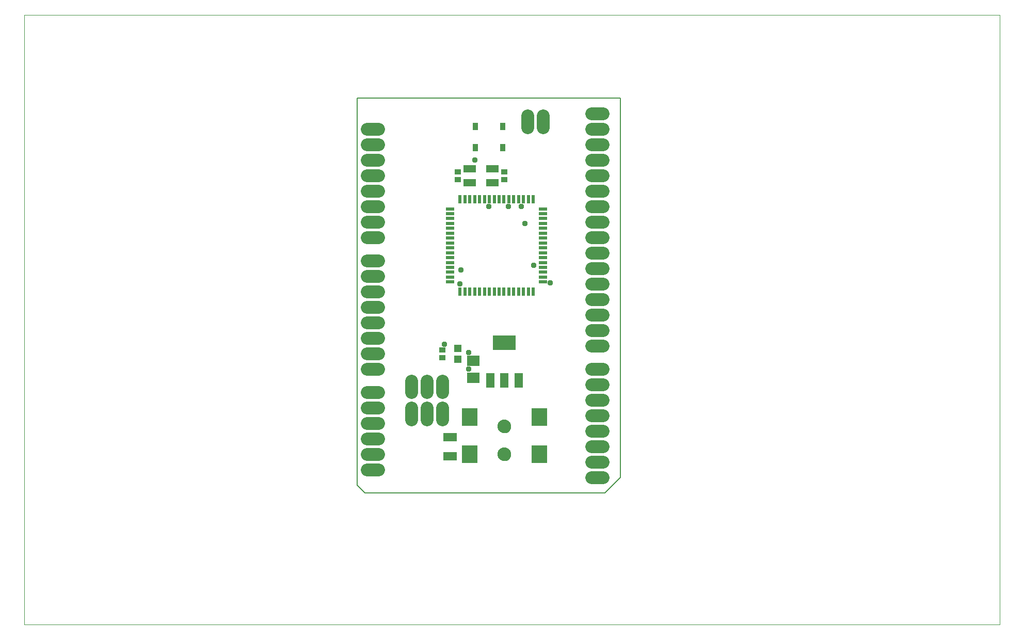
<source format=gts>
G75*
%MOIN*%
%OFA0B0*%
%FSLAX25Y25*%
%IPPOS*%
%LPD*%
%AMOC8*
5,1,8,0,0,1.08239X$1,22.5*
%
%ADD10C,0.00000*%
%ADD11C,0.00600*%
%ADD12R,0.04737X0.05131*%
%ADD13R,0.04343X0.03556*%
%ADD14R,0.08674X0.05524*%
%ADD15R,0.07887X0.07099*%
%ADD16C,0.08200*%
%ADD17R,0.10249X0.11824*%
%ADD18C,0.08800*%
%ADD19R,0.03556X0.05131*%
%ADD20R,0.02375X0.05800*%
%ADD21R,0.05800X0.02375*%
%ADD22R,0.05600X0.09600*%
%ADD23R,0.14973X0.09461*%
%ADD24R,0.08280X0.05131*%
%ADD25C,0.03778*%
D10*
X0001000Y0001000D02*
X0001000Y0394701D01*
X0630921Y0394701D01*
X0630921Y0001000D01*
X0001000Y0001000D01*
X0307000Y0111000D02*
X0307002Y0111126D01*
X0307008Y0111252D01*
X0307018Y0111378D01*
X0307032Y0111504D01*
X0307050Y0111629D01*
X0307072Y0111753D01*
X0307097Y0111877D01*
X0307127Y0112000D01*
X0307160Y0112121D01*
X0307198Y0112242D01*
X0307239Y0112361D01*
X0307284Y0112480D01*
X0307332Y0112596D01*
X0307384Y0112711D01*
X0307440Y0112824D01*
X0307500Y0112936D01*
X0307563Y0113045D01*
X0307629Y0113153D01*
X0307698Y0113258D01*
X0307771Y0113361D01*
X0307848Y0113462D01*
X0307927Y0113560D01*
X0308009Y0113656D01*
X0308095Y0113749D01*
X0308183Y0113840D01*
X0308274Y0113927D01*
X0308368Y0114012D01*
X0308464Y0114093D01*
X0308563Y0114172D01*
X0308664Y0114247D01*
X0308768Y0114319D01*
X0308874Y0114388D01*
X0308982Y0114454D01*
X0309092Y0114516D01*
X0309204Y0114574D01*
X0309317Y0114629D01*
X0309433Y0114680D01*
X0309550Y0114728D01*
X0309668Y0114772D01*
X0309788Y0114812D01*
X0309909Y0114848D01*
X0310031Y0114881D01*
X0310154Y0114910D01*
X0310278Y0114934D01*
X0310402Y0114955D01*
X0310527Y0114972D01*
X0310653Y0114985D01*
X0310779Y0114994D01*
X0310905Y0114999D01*
X0311032Y0115000D01*
X0311158Y0114997D01*
X0311284Y0114990D01*
X0311410Y0114979D01*
X0311535Y0114964D01*
X0311660Y0114945D01*
X0311784Y0114922D01*
X0311908Y0114896D01*
X0312030Y0114865D01*
X0312152Y0114831D01*
X0312272Y0114792D01*
X0312391Y0114750D01*
X0312509Y0114705D01*
X0312625Y0114655D01*
X0312740Y0114602D01*
X0312852Y0114545D01*
X0312963Y0114485D01*
X0313072Y0114421D01*
X0313179Y0114354D01*
X0313284Y0114284D01*
X0313387Y0114210D01*
X0313487Y0114133D01*
X0313585Y0114053D01*
X0313680Y0113970D01*
X0313772Y0113884D01*
X0313862Y0113795D01*
X0313949Y0113703D01*
X0314032Y0113609D01*
X0314113Y0113512D01*
X0314191Y0113412D01*
X0314266Y0113310D01*
X0314337Y0113206D01*
X0314405Y0113099D01*
X0314469Y0112991D01*
X0314530Y0112880D01*
X0314588Y0112768D01*
X0314642Y0112654D01*
X0314692Y0112538D01*
X0314739Y0112421D01*
X0314782Y0112302D01*
X0314821Y0112182D01*
X0314857Y0112061D01*
X0314888Y0111938D01*
X0314916Y0111815D01*
X0314940Y0111691D01*
X0314960Y0111566D01*
X0314976Y0111441D01*
X0314988Y0111315D01*
X0314996Y0111189D01*
X0315000Y0111063D01*
X0315000Y0110937D01*
X0314996Y0110811D01*
X0314988Y0110685D01*
X0314976Y0110559D01*
X0314960Y0110434D01*
X0314940Y0110309D01*
X0314916Y0110185D01*
X0314888Y0110062D01*
X0314857Y0109939D01*
X0314821Y0109818D01*
X0314782Y0109698D01*
X0314739Y0109579D01*
X0314692Y0109462D01*
X0314642Y0109346D01*
X0314588Y0109232D01*
X0314530Y0109120D01*
X0314469Y0109009D01*
X0314405Y0108901D01*
X0314337Y0108794D01*
X0314266Y0108690D01*
X0314191Y0108588D01*
X0314113Y0108488D01*
X0314032Y0108391D01*
X0313949Y0108297D01*
X0313862Y0108205D01*
X0313772Y0108116D01*
X0313680Y0108030D01*
X0313585Y0107947D01*
X0313487Y0107867D01*
X0313387Y0107790D01*
X0313284Y0107716D01*
X0313179Y0107646D01*
X0313072Y0107579D01*
X0312963Y0107515D01*
X0312852Y0107455D01*
X0312740Y0107398D01*
X0312625Y0107345D01*
X0312509Y0107295D01*
X0312391Y0107250D01*
X0312272Y0107208D01*
X0312152Y0107169D01*
X0312030Y0107135D01*
X0311908Y0107104D01*
X0311784Y0107078D01*
X0311660Y0107055D01*
X0311535Y0107036D01*
X0311410Y0107021D01*
X0311284Y0107010D01*
X0311158Y0107003D01*
X0311032Y0107000D01*
X0310905Y0107001D01*
X0310779Y0107006D01*
X0310653Y0107015D01*
X0310527Y0107028D01*
X0310402Y0107045D01*
X0310278Y0107066D01*
X0310154Y0107090D01*
X0310031Y0107119D01*
X0309909Y0107152D01*
X0309788Y0107188D01*
X0309668Y0107228D01*
X0309550Y0107272D01*
X0309433Y0107320D01*
X0309317Y0107371D01*
X0309204Y0107426D01*
X0309092Y0107484D01*
X0308982Y0107546D01*
X0308874Y0107612D01*
X0308768Y0107681D01*
X0308664Y0107753D01*
X0308563Y0107828D01*
X0308464Y0107907D01*
X0308368Y0107988D01*
X0308274Y0108073D01*
X0308183Y0108160D01*
X0308095Y0108251D01*
X0308009Y0108344D01*
X0307927Y0108440D01*
X0307848Y0108538D01*
X0307771Y0108639D01*
X0307698Y0108742D01*
X0307629Y0108847D01*
X0307563Y0108955D01*
X0307500Y0109064D01*
X0307440Y0109176D01*
X0307384Y0109289D01*
X0307332Y0109404D01*
X0307284Y0109520D01*
X0307239Y0109639D01*
X0307198Y0109758D01*
X0307160Y0109879D01*
X0307127Y0110000D01*
X0307097Y0110123D01*
X0307072Y0110247D01*
X0307050Y0110371D01*
X0307032Y0110496D01*
X0307018Y0110622D01*
X0307008Y0110748D01*
X0307002Y0110874D01*
X0307000Y0111000D01*
X0307000Y0129000D02*
X0307002Y0129126D01*
X0307008Y0129252D01*
X0307018Y0129378D01*
X0307032Y0129504D01*
X0307050Y0129629D01*
X0307072Y0129753D01*
X0307097Y0129877D01*
X0307127Y0130000D01*
X0307160Y0130121D01*
X0307198Y0130242D01*
X0307239Y0130361D01*
X0307284Y0130480D01*
X0307332Y0130596D01*
X0307384Y0130711D01*
X0307440Y0130824D01*
X0307500Y0130936D01*
X0307563Y0131045D01*
X0307629Y0131153D01*
X0307698Y0131258D01*
X0307771Y0131361D01*
X0307848Y0131462D01*
X0307927Y0131560D01*
X0308009Y0131656D01*
X0308095Y0131749D01*
X0308183Y0131840D01*
X0308274Y0131927D01*
X0308368Y0132012D01*
X0308464Y0132093D01*
X0308563Y0132172D01*
X0308664Y0132247D01*
X0308768Y0132319D01*
X0308874Y0132388D01*
X0308982Y0132454D01*
X0309092Y0132516D01*
X0309204Y0132574D01*
X0309317Y0132629D01*
X0309433Y0132680D01*
X0309550Y0132728D01*
X0309668Y0132772D01*
X0309788Y0132812D01*
X0309909Y0132848D01*
X0310031Y0132881D01*
X0310154Y0132910D01*
X0310278Y0132934D01*
X0310402Y0132955D01*
X0310527Y0132972D01*
X0310653Y0132985D01*
X0310779Y0132994D01*
X0310905Y0132999D01*
X0311032Y0133000D01*
X0311158Y0132997D01*
X0311284Y0132990D01*
X0311410Y0132979D01*
X0311535Y0132964D01*
X0311660Y0132945D01*
X0311784Y0132922D01*
X0311908Y0132896D01*
X0312030Y0132865D01*
X0312152Y0132831D01*
X0312272Y0132792D01*
X0312391Y0132750D01*
X0312509Y0132705D01*
X0312625Y0132655D01*
X0312740Y0132602D01*
X0312852Y0132545D01*
X0312963Y0132485D01*
X0313072Y0132421D01*
X0313179Y0132354D01*
X0313284Y0132284D01*
X0313387Y0132210D01*
X0313487Y0132133D01*
X0313585Y0132053D01*
X0313680Y0131970D01*
X0313772Y0131884D01*
X0313862Y0131795D01*
X0313949Y0131703D01*
X0314032Y0131609D01*
X0314113Y0131512D01*
X0314191Y0131412D01*
X0314266Y0131310D01*
X0314337Y0131206D01*
X0314405Y0131099D01*
X0314469Y0130991D01*
X0314530Y0130880D01*
X0314588Y0130768D01*
X0314642Y0130654D01*
X0314692Y0130538D01*
X0314739Y0130421D01*
X0314782Y0130302D01*
X0314821Y0130182D01*
X0314857Y0130061D01*
X0314888Y0129938D01*
X0314916Y0129815D01*
X0314940Y0129691D01*
X0314960Y0129566D01*
X0314976Y0129441D01*
X0314988Y0129315D01*
X0314996Y0129189D01*
X0315000Y0129063D01*
X0315000Y0128937D01*
X0314996Y0128811D01*
X0314988Y0128685D01*
X0314976Y0128559D01*
X0314960Y0128434D01*
X0314940Y0128309D01*
X0314916Y0128185D01*
X0314888Y0128062D01*
X0314857Y0127939D01*
X0314821Y0127818D01*
X0314782Y0127698D01*
X0314739Y0127579D01*
X0314692Y0127462D01*
X0314642Y0127346D01*
X0314588Y0127232D01*
X0314530Y0127120D01*
X0314469Y0127009D01*
X0314405Y0126901D01*
X0314337Y0126794D01*
X0314266Y0126690D01*
X0314191Y0126588D01*
X0314113Y0126488D01*
X0314032Y0126391D01*
X0313949Y0126297D01*
X0313862Y0126205D01*
X0313772Y0126116D01*
X0313680Y0126030D01*
X0313585Y0125947D01*
X0313487Y0125867D01*
X0313387Y0125790D01*
X0313284Y0125716D01*
X0313179Y0125646D01*
X0313072Y0125579D01*
X0312963Y0125515D01*
X0312852Y0125455D01*
X0312740Y0125398D01*
X0312625Y0125345D01*
X0312509Y0125295D01*
X0312391Y0125250D01*
X0312272Y0125208D01*
X0312152Y0125169D01*
X0312030Y0125135D01*
X0311908Y0125104D01*
X0311784Y0125078D01*
X0311660Y0125055D01*
X0311535Y0125036D01*
X0311410Y0125021D01*
X0311284Y0125010D01*
X0311158Y0125003D01*
X0311032Y0125000D01*
X0310905Y0125001D01*
X0310779Y0125006D01*
X0310653Y0125015D01*
X0310527Y0125028D01*
X0310402Y0125045D01*
X0310278Y0125066D01*
X0310154Y0125090D01*
X0310031Y0125119D01*
X0309909Y0125152D01*
X0309788Y0125188D01*
X0309668Y0125228D01*
X0309550Y0125272D01*
X0309433Y0125320D01*
X0309317Y0125371D01*
X0309204Y0125426D01*
X0309092Y0125484D01*
X0308982Y0125546D01*
X0308874Y0125612D01*
X0308768Y0125681D01*
X0308664Y0125753D01*
X0308563Y0125828D01*
X0308464Y0125907D01*
X0308368Y0125988D01*
X0308274Y0126073D01*
X0308183Y0126160D01*
X0308095Y0126251D01*
X0308009Y0126344D01*
X0307927Y0126440D01*
X0307848Y0126538D01*
X0307771Y0126639D01*
X0307698Y0126742D01*
X0307629Y0126847D01*
X0307563Y0126955D01*
X0307500Y0127064D01*
X0307440Y0127176D01*
X0307384Y0127289D01*
X0307332Y0127404D01*
X0307284Y0127520D01*
X0307239Y0127639D01*
X0307198Y0127758D01*
X0307160Y0127879D01*
X0307127Y0128000D01*
X0307097Y0128123D01*
X0307072Y0128247D01*
X0307050Y0128371D01*
X0307032Y0128496D01*
X0307018Y0128622D01*
X0307008Y0128748D01*
X0307002Y0128874D01*
X0307000Y0129000D01*
D11*
X0376000Y0086000D02*
X0386000Y0096000D01*
X0386000Y0341000D01*
X0216000Y0341000D01*
X0216000Y0091000D01*
X0221000Y0086000D01*
X0376000Y0086000D01*
D12*
X0281000Y0172654D03*
X0281000Y0179346D03*
D13*
X0271000Y0178559D03*
X0271000Y0173441D03*
X0281000Y0288441D03*
X0281000Y0293559D03*
X0311000Y0293559D03*
X0311000Y0288441D03*
D14*
X0276000Y0122299D03*
X0276000Y0109701D03*
D15*
X0291000Y0160488D03*
X0291000Y0171512D03*
D16*
X0271000Y0158400D02*
X0271000Y0151000D01*
X0261000Y0151000D02*
X0261000Y0158400D01*
X0251000Y0158400D02*
X0251000Y0151000D01*
X0251000Y0141000D02*
X0251000Y0133600D01*
X0261000Y0133600D02*
X0261000Y0141000D01*
X0271000Y0141000D02*
X0271000Y0133600D01*
X0229700Y0131000D02*
X0222300Y0131000D01*
X0222300Y0141000D02*
X0229700Y0141000D01*
X0229700Y0151000D02*
X0222300Y0151000D01*
X0222300Y0166000D02*
X0229700Y0166000D01*
X0229700Y0176000D02*
X0222300Y0176000D01*
X0222300Y0186000D02*
X0229700Y0186000D01*
X0229700Y0196000D02*
X0222300Y0196000D01*
X0222300Y0206000D02*
X0229700Y0206000D01*
X0229700Y0216000D02*
X0222300Y0216000D01*
X0222300Y0226000D02*
X0229700Y0226000D01*
X0229700Y0236000D02*
X0222300Y0236000D01*
X0222300Y0251000D02*
X0229700Y0251000D01*
X0229700Y0261000D02*
X0222300Y0261000D01*
X0222300Y0271000D02*
X0229700Y0271000D01*
X0229700Y0281000D02*
X0222300Y0281000D01*
X0222300Y0291000D02*
X0229700Y0291000D01*
X0229700Y0301000D02*
X0222300Y0301000D01*
X0222300Y0311000D02*
X0229700Y0311000D01*
X0229700Y0321000D02*
X0222300Y0321000D01*
X0326000Y0322300D02*
X0326000Y0329700D01*
X0336000Y0329700D02*
X0336000Y0322300D01*
X0367300Y0321000D02*
X0374700Y0321000D01*
X0374700Y0331000D02*
X0367300Y0331000D01*
X0367300Y0311000D02*
X0374700Y0311000D01*
X0374700Y0301000D02*
X0367300Y0301000D01*
X0367300Y0291000D02*
X0374700Y0291000D01*
X0374700Y0281000D02*
X0367300Y0281000D01*
X0367300Y0271000D02*
X0374700Y0271000D01*
X0374700Y0261000D02*
X0367300Y0261000D01*
X0367300Y0251000D02*
X0374700Y0251000D01*
X0374700Y0241000D02*
X0367300Y0241000D01*
X0367300Y0231000D02*
X0374700Y0231000D01*
X0374700Y0221000D02*
X0367300Y0221000D01*
X0367300Y0211000D02*
X0374700Y0211000D01*
X0374700Y0201000D02*
X0367300Y0201000D01*
X0367300Y0191000D02*
X0374700Y0191000D01*
X0374700Y0181000D02*
X0367300Y0181000D01*
X0367300Y0166000D02*
X0374700Y0166000D01*
X0374700Y0156000D02*
X0367300Y0156000D01*
X0367300Y0146000D02*
X0374700Y0146000D01*
X0374700Y0136000D02*
X0367300Y0136000D01*
X0367300Y0126000D02*
X0374700Y0126000D01*
X0374700Y0116000D02*
X0367300Y0116000D01*
X0367300Y0106000D02*
X0374700Y0106000D01*
X0374700Y0096000D02*
X0367300Y0096000D01*
X0229700Y0101000D02*
X0222300Y0101000D01*
X0222300Y0111000D02*
X0229700Y0111000D01*
X0229700Y0121000D02*
X0222300Y0121000D01*
D17*
X0288559Y0111000D03*
X0288559Y0135016D03*
X0333441Y0135016D03*
X0333441Y0111000D03*
D18*
X0311000Y0111000D03*
X0311000Y0129000D03*
D19*
X0309760Y0309110D03*
X0309760Y0322890D03*
X0292240Y0322890D03*
X0292240Y0309110D03*
D20*
X0291827Y0275921D03*
X0294976Y0275921D03*
X0298126Y0275921D03*
X0301276Y0275921D03*
X0304425Y0275921D03*
X0307575Y0275921D03*
X0310724Y0275921D03*
X0313874Y0275921D03*
X0317024Y0275921D03*
X0320173Y0275921D03*
X0323323Y0275921D03*
X0326472Y0275921D03*
X0329622Y0275921D03*
X0288677Y0275921D03*
X0285528Y0275921D03*
X0282378Y0275921D03*
X0282378Y0216079D03*
X0285528Y0216079D03*
X0288677Y0216079D03*
X0291827Y0216079D03*
X0294976Y0216079D03*
X0298126Y0216079D03*
X0301276Y0216079D03*
X0304425Y0216079D03*
X0307575Y0216079D03*
X0310724Y0216079D03*
X0313874Y0216079D03*
X0317024Y0216079D03*
X0320173Y0216079D03*
X0323323Y0216079D03*
X0326472Y0216079D03*
X0329622Y0216079D03*
D21*
X0335921Y0222378D03*
X0335921Y0225528D03*
X0335921Y0228677D03*
X0335921Y0231827D03*
X0335921Y0234976D03*
X0335921Y0238126D03*
X0335921Y0241276D03*
X0335921Y0244425D03*
X0335921Y0247575D03*
X0335921Y0250724D03*
X0335921Y0253874D03*
X0335921Y0257024D03*
X0335921Y0260173D03*
X0335921Y0263323D03*
X0335921Y0266472D03*
X0335921Y0269622D03*
X0276079Y0269622D03*
X0276079Y0266472D03*
X0276079Y0263323D03*
X0276079Y0260173D03*
X0276079Y0257024D03*
X0276079Y0253874D03*
X0276079Y0250724D03*
X0276079Y0247575D03*
X0276079Y0244425D03*
X0276079Y0241276D03*
X0276079Y0238126D03*
X0276079Y0234976D03*
X0276079Y0231827D03*
X0276079Y0228677D03*
X0276079Y0225528D03*
X0276079Y0222378D03*
D22*
X0301900Y0158800D03*
X0311000Y0158800D03*
X0320100Y0158800D03*
D23*
X0311000Y0183201D03*
D24*
X0303283Y0286472D03*
X0303283Y0295528D03*
X0288717Y0295528D03*
X0288717Y0286472D03*
D25*
X0292000Y0301000D03*
X0301000Y0271000D03*
X0313600Y0271000D03*
X0322000Y0271000D03*
X0324400Y0260200D03*
X0329800Y0233200D03*
X0340600Y0221800D03*
X0282400Y0221200D03*
X0283000Y0230200D03*
X0272200Y0182200D03*
X0287800Y0176800D03*
X0287800Y0166000D03*
M02*

</source>
